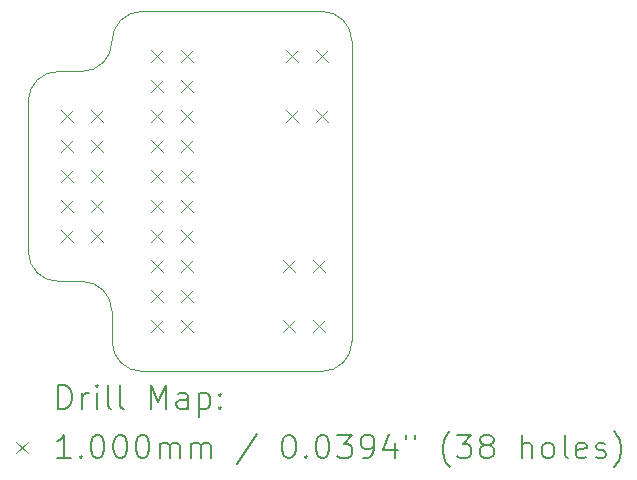
<source format=gbr>
%TF.GenerationSoftware,KiCad,Pcbnew,7.0.9-1.fc39*%
%TF.CreationDate,2023-12-29T10:13:13-08:00*%
%TF.ProjectId,supermicro-ATX-PCB,73757065-726d-4696-9372-6f2d4154582d,rev?*%
%TF.SameCoordinates,Original*%
%TF.FileFunction,Drillmap*%
%TF.FilePolarity,Positive*%
%FSLAX45Y45*%
G04 Gerber Fmt 4.5, Leading zero omitted, Abs format (unit mm)*
G04 Created by KiCad (PCBNEW 7.0.9-1.fc39) date 2023-12-29 10:13:13*
%MOMM*%
%LPD*%
G01*
G04 APERTURE LIST*
%ADD10C,0.100000*%
%ADD11C,0.200000*%
G04 APERTURE END LIST*
D10*
X10096500Y-8255000D02*
X10287000Y-8255000D01*
X12319000Y-9017000D02*
G75*
G03*
X12573000Y-8763000I0J254000D01*
G01*
X12319000Y-5969000D02*
X10795000Y-5969000D01*
X10096500Y-6477000D02*
X10287000Y-6477000D01*
X10541000Y-8509000D02*
X10541000Y-8763000D01*
X10541000Y-8763000D02*
G75*
G03*
X10795000Y-9017000I254000J0D01*
G01*
X9831377Y-8001000D02*
G75*
G03*
X10096500Y-8255000I254233J0D01*
G01*
X9831605Y-8001000D02*
X9831605Y-6731000D01*
X10795000Y-5969000D02*
G75*
G03*
X10541000Y-6223000I0J-254000D01*
G01*
X12573000Y-6223000D02*
X12573000Y-8763000D01*
X10287000Y-6477000D02*
G75*
G03*
X10541000Y-6223000I0J254000D01*
G01*
X10541000Y-8509000D02*
G75*
G03*
X10287000Y-8255000I-254000J0D01*
G01*
X12319000Y-9017000D02*
X10795000Y-9017000D01*
X12573000Y-6223000D02*
G75*
G03*
X12319000Y-5969000I-254000J0D01*
G01*
X10096500Y-6477005D02*
G75*
G03*
X9831372Y-6731000I-10900J-253995D01*
G01*
D11*
D10*
X10110000Y-6808000D02*
X10210000Y-6908000D01*
X10210000Y-6808000D02*
X10110000Y-6908000D01*
X10110000Y-7062000D02*
X10210000Y-7162000D01*
X10210000Y-7062000D02*
X10110000Y-7162000D01*
X10110000Y-7316000D02*
X10210000Y-7416000D01*
X10210000Y-7316000D02*
X10110000Y-7416000D01*
X10110000Y-7570000D02*
X10210000Y-7670000D01*
X10210000Y-7570000D02*
X10110000Y-7670000D01*
X10110000Y-7824000D02*
X10210000Y-7924000D01*
X10210000Y-7824000D02*
X10110000Y-7924000D01*
X10364000Y-6808000D02*
X10464000Y-6908000D01*
X10464000Y-6808000D02*
X10364000Y-6908000D01*
X10364000Y-7062000D02*
X10464000Y-7162000D01*
X10464000Y-7062000D02*
X10364000Y-7162000D01*
X10364000Y-7316000D02*
X10464000Y-7416000D01*
X10464000Y-7316000D02*
X10364000Y-7416000D01*
X10364000Y-7570000D02*
X10464000Y-7670000D01*
X10464000Y-7570000D02*
X10364000Y-7670000D01*
X10364000Y-7824000D02*
X10464000Y-7924000D01*
X10464000Y-7824000D02*
X10364000Y-7924000D01*
X10872000Y-6300000D02*
X10972000Y-6400000D01*
X10972000Y-6300000D02*
X10872000Y-6400000D01*
X10872000Y-6554000D02*
X10972000Y-6654000D01*
X10972000Y-6554000D02*
X10872000Y-6654000D01*
X10872000Y-6808000D02*
X10972000Y-6908000D01*
X10972000Y-6808000D02*
X10872000Y-6908000D01*
X10872000Y-7062000D02*
X10972000Y-7162000D01*
X10972000Y-7062000D02*
X10872000Y-7162000D01*
X10872000Y-7316000D02*
X10972000Y-7416000D01*
X10972000Y-7316000D02*
X10872000Y-7416000D01*
X10872000Y-7570000D02*
X10972000Y-7670000D01*
X10972000Y-7570000D02*
X10872000Y-7670000D01*
X10872000Y-7824000D02*
X10972000Y-7924000D01*
X10972000Y-7824000D02*
X10872000Y-7924000D01*
X10872000Y-8078000D02*
X10972000Y-8178000D01*
X10972000Y-8078000D02*
X10872000Y-8178000D01*
X10872000Y-8332000D02*
X10972000Y-8432000D01*
X10972000Y-8332000D02*
X10872000Y-8432000D01*
X10872000Y-8586000D02*
X10972000Y-8686000D01*
X10972000Y-8586000D02*
X10872000Y-8686000D01*
X11126000Y-6300000D02*
X11226000Y-6400000D01*
X11226000Y-6300000D02*
X11126000Y-6400000D01*
X11126000Y-6554000D02*
X11226000Y-6654000D01*
X11226000Y-6554000D02*
X11126000Y-6654000D01*
X11126000Y-6808000D02*
X11226000Y-6908000D01*
X11226000Y-6808000D02*
X11126000Y-6908000D01*
X11126000Y-7062000D02*
X11226000Y-7162000D01*
X11226000Y-7062000D02*
X11126000Y-7162000D01*
X11126000Y-7316000D02*
X11226000Y-7416000D01*
X11226000Y-7316000D02*
X11126000Y-7416000D01*
X11126000Y-7570000D02*
X11226000Y-7670000D01*
X11226000Y-7570000D02*
X11126000Y-7670000D01*
X11126000Y-7824000D02*
X11226000Y-7924000D01*
X11226000Y-7824000D02*
X11126000Y-7924000D01*
X11126000Y-8078000D02*
X11226000Y-8178000D01*
X11226000Y-8078000D02*
X11126000Y-8178000D01*
X11126000Y-8332000D02*
X11226000Y-8432000D01*
X11226000Y-8332000D02*
X11126000Y-8432000D01*
X11126000Y-8586000D02*
X11226000Y-8686000D01*
X11226000Y-8586000D02*
X11126000Y-8686000D01*
X11989600Y-8078000D02*
X12089600Y-8178000D01*
X12089600Y-8078000D02*
X11989600Y-8178000D01*
X11989600Y-8586000D02*
X12089600Y-8686000D01*
X12089600Y-8586000D02*
X11989600Y-8686000D01*
X12015000Y-6300000D02*
X12115000Y-6400000D01*
X12115000Y-6300000D02*
X12015000Y-6400000D01*
X12015000Y-6808000D02*
X12115000Y-6908000D01*
X12115000Y-6808000D02*
X12015000Y-6908000D01*
X12243600Y-8078000D02*
X12343600Y-8178000D01*
X12343600Y-8078000D02*
X12243600Y-8178000D01*
X12243600Y-8586000D02*
X12343600Y-8686000D01*
X12343600Y-8586000D02*
X12243600Y-8686000D01*
X12269000Y-6300000D02*
X12369000Y-6400000D01*
X12369000Y-6300000D02*
X12269000Y-6400000D01*
X12269000Y-6808000D02*
X12369000Y-6908000D01*
X12369000Y-6808000D02*
X12269000Y-6908000D01*
D11*
X10087148Y-9333484D02*
X10087148Y-9133484D01*
X10087148Y-9133484D02*
X10134767Y-9133484D01*
X10134767Y-9133484D02*
X10163339Y-9143008D01*
X10163339Y-9143008D02*
X10182387Y-9162055D01*
X10182387Y-9162055D02*
X10191910Y-9181103D01*
X10191910Y-9181103D02*
X10201434Y-9219198D01*
X10201434Y-9219198D02*
X10201434Y-9247770D01*
X10201434Y-9247770D02*
X10191910Y-9285865D01*
X10191910Y-9285865D02*
X10182387Y-9304912D01*
X10182387Y-9304912D02*
X10163339Y-9323960D01*
X10163339Y-9323960D02*
X10134767Y-9333484D01*
X10134767Y-9333484D02*
X10087148Y-9333484D01*
X10287148Y-9333484D02*
X10287148Y-9200150D01*
X10287148Y-9238246D02*
X10296672Y-9219198D01*
X10296672Y-9219198D02*
X10306196Y-9209674D01*
X10306196Y-9209674D02*
X10325244Y-9200150D01*
X10325244Y-9200150D02*
X10344291Y-9200150D01*
X10410958Y-9333484D02*
X10410958Y-9200150D01*
X10410958Y-9133484D02*
X10401434Y-9143008D01*
X10401434Y-9143008D02*
X10410958Y-9152531D01*
X10410958Y-9152531D02*
X10420482Y-9143008D01*
X10420482Y-9143008D02*
X10410958Y-9133484D01*
X10410958Y-9133484D02*
X10410958Y-9152531D01*
X10534767Y-9333484D02*
X10515720Y-9323960D01*
X10515720Y-9323960D02*
X10506196Y-9304912D01*
X10506196Y-9304912D02*
X10506196Y-9133484D01*
X10639529Y-9333484D02*
X10620482Y-9323960D01*
X10620482Y-9323960D02*
X10610958Y-9304912D01*
X10610958Y-9304912D02*
X10610958Y-9133484D01*
X10868101Y-9333484D02*
X10868101Y-9133484D01*
X10868101Y-9133484D02*
X10934768Y-9276341D01*
X10934768Y-9276341D02*
X11001434Y-9133484D01*
X11001434Y-9133484D02*
X11001434Y-9333484D01*
X11182387Y-9333484D02*
X11182387Y-9228722D01*
X11182387Y-9228722D02*
X11172863Y-9209674D01*
X11172863Y-9209674D02*
X11153815Y-9200150D01*
X11153815Y-9200150D02*
X11115720Y-9200150D01*
X11115720Y-9200150D02*
X11096672Y-9209674D01*
X11182387Y-9323960D02*
X11163339Y-9333484D01*
X11163339Y-9333484D02*
X11115720Y-9333484D01*
X11115720Y-9333484D02*
X11096672Y-9323960D01*
X11096672Y-9323960D02*
X11087148Y-9304912D01*
X11087148Y-9304912D02*
X11087148Y-9285865D01*
X11087148Y-9285865D02*
X11096672Y-9266817D01*
X11096672Y-9266817D02*
X11115720Y-9257293D01*
X11115720Y-9257293D02*
X11163339Y-9257293D01*
X11163339Y-9257293D02*
X11182387Y-9247770D01*
X11277625Y-9200150D02*
X11277625Y-9400150D01*
X11277625Y-9209674D02*
X11296672Y-9200150D01*
X11296672Y-9200150D02*
X11334767Y-9200150D01*
X11334767Y-9200150D02*
X11353815Y-9209674D01*
X11353815Y-9209674D02*
X11363339Y-9219198D01*
X11363339Y-9219198D02*
X11372863Y-9238246D01*
X11372863Y-9238246D02*
X11372863Y-9295389D01*
X11372863Y-9295389D02*
X11363339Y-9314436D01*
X11363339Y-9314436D02*
X11353815Y-9323960D01*
X11353815Y-9323960D02*
X11334767Y-9333484D01*
X11334767Y-9333484D02*
X11296672Y-9333484D01*
X11296672Y-9333484D02*
X11277625Y-9323960D01*
X11458577Y-9314436D02*
X11468101Y-9323960D01*
X11468101Y-9323960D02*
X11458577Y-9333484D01*
X11458577Y-9333484D02*
X11449053Y-9323960D01*
X11449053Y-9323960D02*
X11458577Y-9314436D01*
X11458577Y-9314436D02*
X11458577Y-9333484D01*
X11458577Y-9209674D02*
X11468101Y-9219198D01*
X11468101Y-9219198D02*
X11458577Y-9228722D01*
X11458577Y-9228722D02*
X11449053Y-9219198D01*
X11449053Y-9219198D02*
X11458577Y-9209674D01*
X11458577Y-9209674D02*
X11458577Y-9228722D01*
D10*
X9726372Y-9612000D02*
X9826372Y-9712000D01*
X9826372Y-9612000D02*
X9726372Y-9712000D01*
D11*
X10191910Y-9753484D02*
X10077625Y-9753484D01*
X10134767Y-9753484D02*
X10134767Y-9553484D01*
X10134767Y-9553484D02*
X10115720Y-9582055D01*
X10115720Y-9582055D02*
X10096672Y-9601103D01*
X10096672Y-9601103D02*
X10077625Y-9610627D01*
X10277625Y-9734436D02*
X10287148Y-9743960D01*
X10287148Y-9743960D02*
X10277625Y-9753484D01*
X10277625Y-9753484D02*
X10268101Y-9743960D01*
X10268101Y-9743960D02*
X10277625Y-9734436D01*
X10277625Y-9734436D02*
X10277625Y-9753484D01*
X10410958Y-9553484D02*
X10430006Y-9553484D01*
X10430006Y-9553484D02*
X10449053Y-9563008D01*
X10449053Y-9563008D02*
X10458577Y-9572531D01*
X10458577Y-9572531D02*
X10468101Y-9591579D01*
X10468101Y-9591579D02*
X10477625Y-9629674D01*
X10477625Y-9629674D02*
X10477625Y-9677293D01*
X10477625Y-9677293D02*
X10468101Y-9715389D01*
X10468101Y-9715389D02*
X10458577Y-9734436D01*
X10458577Y-9734436D02*
X10449053Y-9743960D01*
X10449053Y-9743960D02*
X10430006Y-9753484D01*
X10430006Y-9753484D02*
X10410958Y-9753484D01*
X10410958Y-9753484D02*
X10391910Y-9743960D01*
X10391910Y-9743960D02*
X10382387Y-9734436D01*
X10382387Y-9734436D02*
X10372863Y-9715389D01*
X10372863Y-9715389D02*
X10363339Y-9677293D01*
X10363339Y-9677293D02*
X10363339Y-9629674D01*
X10363339Y-9629674D02*
X10372863Y-9591579D01*
X10372863Y-9591579D02*
X10382387Y-9572531D01*
X10382387Y-9572531D02*
X10391910Y-9563008D01*
X10391910Y-9563008D02*
X10410958Y-9553484D01*
X10601434Y-9553484D02*
X10620482Y-9553484D01*
X10620482Y-9553484D02*
X10639529Y-9563008D01*
X10639529Y-9563008D02*
X10649053Y-9572531D01*
X10649053Y-9572531D02*
X10658577Y-9591579D01*
X10658577Y-9591579D02*
X10668101Y-9629674D01*
X10668101Y-9629674D02*
X10668101Y-9677293D01*
X10668101Y-9677293D02*
X10658577Y-9715389D01*
X10658577Y-9715389D02*
X10649053Y-9734436D01*
X10649053Y-9734436D02*
X10639529Y-9743960D01*
X10639529Y-9743960D02*
X10620482Y-9753484D01*
X10620482Y-9753484D02*
X10601434Y-9753484D01*
X10601434Y-9753484D02*
X10582387Y-9743960D01*
X10582387Y-9743960D02*
X10572863Y-9734436D01*
X10572863Y-9734436D02*
X10563339Y-9715389D01*
X10563339Y-9715389D02*
X10553815Y-9677293D01*
X10553815Y-9677293D02*
X10553815Y-9629674D01*
X10553815Y-9629674D02*
X10563339Y-9591579D01*
X10563339Y-9591579D02*
X10572863Y-9572531D01*
X10572863Y-9572531D02*
X10582387Y-9563008D01*
X10582387Y-9563008D02*
X10601434Y-9553484D01*
X10791910Y-9553484D02*
X10810958Y-9553484D01*
X10810958Y-9553484D02*
X10830006Y-9563008D01*
X10830006Y-9563008D02*
X10839529Y-9572531D01*
X10839529Y-9572531D02*
X10849053Y-9591579D01*
X10849053Y-9591579D02*
X10858577Y-9629674D01*
X10858577Y-9629674D02*
X10858577Y-9677293D01*
X10858577Y-9677293D02*
X10849053Y-9715389D01*
X10849053Y-9715389D02*
X10839529Y-9734436D01*
X10839529Y-9734436D02*
X10830006Y-9743960D01*
X10830006Y-9743960D02*
X10810958Y-9753484D01*
X10810958Y-9753484D02*
X10791910Y-9753484D01*
X10791910Y-9753484D02*
X10772863Y-9743960D01*
X10772863Y-9743960D02*
X10763339Y-9734436D01*
X10763339Y-9734436D02*
X10753815Y-9715389D01*
X10753815Y-9715389D02*
X10744291Y-9677293D01*
X10744291Y-9677293D02*
X10744291Y-9629674D01*
X10744291Y-9629674D02*
X10753815Y-9591579D01*
X10753815Y-9591579D02*
X10763339Y-9572531D01*
X10763339Y-9572531D02*
X10772863Y-9563008D01*
X10772863Y-9563008D02*
X10791910Y-9553484D01*
X10944291Y-9753484D02*
X10944291Y-9620150D01*
X10944291Y-9639198D02*
X10953815Y-9629674D01*
X10953815Y-9629674D02*
X10972863Y-9620150D01*
X10972863Y-9620150D02*
X11001434Y-9620150D01*
X11001434Y-9620150D02*
X11020482Y-9629674D01*
X11020482Y-9629674D02*
X11030006Y-9648722D01*
X11030006Y-9648722D02*
X11030006Y-9753484D01*
X11030006Y-9648722D02*
X11039529Y-9629674D01*
X11039529Y-9629674D02*
X11058577Y-9620150D01*
X11058577Y-9620150D02*
X11087148Y-9620150D01*
X11087148Y-9620150D02*
X11106196Y-9629674D01*
X11106196Y-9629674D02*
X11115720Y-9648722D01*
X11115720Y-9648722D02*
X11115720Y-9753484D01*
X11210958Y-9753484D02*
X11210958Y-9620150D01*
X11210958Y-9639198D02*
X11220482Y-9629674D01*
X11220482Y-9629674D02*
X11239529Y-9620150D01*
X11239529Y-9620150D02*
X11268101Y-9620150D01*
X11268101Y-9620150D02*
X11287148Y-9629674D01*
X11287148Y-9629674D02*
X11296672Y-9648722D01*
X11296672Y-9648722D02*
X11296672Y-9753484D01*
X11296672Y-9648722D02*
X11306196Y-9629674D01*
X11306196Y-9629674D02*
X11325244Y-9620150D01*
X11325244Y-9620150D02*
X11353815Y-9620150D01*
X11353815Y-9620150D02*
X11372863Y-9629674D01*
X11372863Y-9629674D02*
X11382387Y-9648722D01*
X11382387Y-9648722D02*
X11382387Y-9753484D01*
X11772863Y-9543960D02*
X11601434Y-9801103D01*
X12030006Y-9553484D02*
X12049053Y-9553484D01*
X12049053Y-9553484D02*
X12068101Y-9563008D01*
X12068101Y-9563008D02*
X12077625Y-9572531D01*
X12077625Y-9572531D02*
X12087149Y-9591579D01*
X12087149Y-9591579D02*
X12096672Y-9629674D01*
X12096672Y-9629674D02*
X12096672Y-9677293D01*
X12096672Y-9677293D02*
X12087149Y-9715389D01*
X12087149Y-9715389D02*
X12077625Y-9734436D01*
X12077625Y-9734436D02*
X12068101Y-9743960D01*
X12068101Y-9743960D02*
X12049053Y-9753484D01*
X12049053Y-9753484D02*
X12030006Y-9753484D01*
X12030006Y-9753484D02*
X12010958Y-9743960D01*
X12010958Y-9743960D02*
X12001434Y-9734436D01*
X12001434Y-9734436D02*
X11991910Y-9715389D01*
X11991910Y-9715389D02*
X11982387Y-9677293D01*
X11982387Y-9677293D02*
X11982387Y-9629674D01*
X11982387Y-9629674D02*
X11991910Y-9591579D01*
X11991910Y-9591579D02*
X12001434Y-9572531D01*
X12001434Y-9572531D02*
X12010958Y-9563008D01*
X12010958Y-9563008D02*
X12030006Y-9553484D01*
X12182387Y-9734436D02*
X12191910Y-9743960D01*
X12191910Y-9743960D02*
X12182387Y-9753484D01*
X12182387Y-9753484D02*
X12172863Y-9743960D01*
X12172863Y-9743960D02*
X12182387Y-9734436D01*
X12182387Y-9734436D02*
X12182387Y-9753484D01*
X12315720Y-9553484D02*
X12334768Y-9553484D01*
X12334768Y-9553484D02*
X12353815Y-9563008D01*
X12353815Y-9563008D02*
X12363339Y-9572531D01*
X12363339Y-9572531D02*
X12372863Y-9591579D01*
X12372863Y-9591579D02*
X12382387Y-9629674D01*
X12382387Y-9629674D02*
X12382387Y-9677293D01*
X12382387Y-9677293D02*
X12372863Y-9715389D01*
X12372863Y-9715389D02*
X12363339Y-9734436D01*
X12363339Y-9734436D02*
X12353815Y-9743960D01*
X12353815Y-9743960D02*
X12334768Y-9753484D01*
X12334768Y-9753484D02*
X12315720Y-9753484D01*
X12315720Y-9753484D02*
X12296672Y-9743960D01*
X12296672Y-9743960D02*
X12287149Y-9734436D01*
X12287149Y-9734436D02*
X12277625Y-9715389D01*
X12277625Y-9715389D02*
X12268101Y-9677293D01*
X12268101Y-9677293D02*
X12268101Y-9629674D01*
X12268101Y-9629674D02*
X12277625Y-9591579D01*
X12277625Y-9591579D02*
X12287149Y-9572531D01*
X12287149Y-9572531D02*
X12296672Y-9563008D01*
X12296672Y-9563008D02*
X12315720Y-9553484D01*
X12449053Y-9553484D02*
X12572863Y-9553484D01*
X12572863Y-9553484D02*
X12506196Y-9629674D01*
X12506196Y-9629674D02*
X12534768Y-9629674D01*
X12534768Y-9629674D02*
X12553815Y-9639198D01*
X12553815Y-9639198D02*
X12563339Y-9648722D01*
X12563339Y-9648722D02*
X12572863Y-9667770D01*
X12572863Y-9667770D02*
X12572863Y-9715389D01*
X12572863Y-9715389D02*
X12563339Y-9734436D01*
X12563339Y-9734436D02*
X12553815Y-9743960D01*
X12553815Y-9743960D02*
X12534768Y-9753484D01*
X12534768Y-9753484D02*
X12477625Y-9753484D01*
X12477625Y-9753484D02*
X12458577Y-9743960D01*
X12458577Y-9743960D02*
X12449053Y-9734436D01*
X12668101Y-9753484D02*
X12706196Y-9753484D01*
X12706196Y-9753484D02*
X12725244Y-9743960D01*
X12725244Y-9743960D02*
X12734768Y-9734436D01*
X12734768Y-9734436D02*
X12753815Y-9705865D01*
X12753815Y-9705865D02*
X12763339Y-9667770D01*
X12763339Y-9667770D02*
X12763339Y-9591579D01*
X12763339Y-9591579D02*
X12753815Y-9572531D01*
X12753815Y-9572531D02*
X12744291Y-9563008D01*
X12744291Y-9563008D02*
X12725244Y-9553484D01*
X12725244Y-9553484D02*
X12687149Y-9553484D01*
X12687149Y-9553484D02*
X12668101Y-9563008D01*
X12668101Y-9563008D02*
X12658577Y-9572531D01*
X12658577Y-9572531D02*
X12649053Y-9591579D01*
X12649053Y-9591579D02*
X12649053Y-9639198D01*
X12649053Y-9639198D02*
X12658577Y-9658246D01*
X12658577Y-9658246D02*
X12668101Y-9667770D01*
X12668101Y-9667770D02*
X12687149Y-9677293D01*
X12687149Y-9677293D02*
X12725244Y-9677293D01*
X12725244Y-9677293D02*
X12744291Y-9667770D01*
X12744291Y-9667770D02*
X12753815Y-9658246D01*
X12753815Y-9658246D02*
X12763339Y-9639198D01*
X12934768Y-9620150D02*
X12934768Y-9753484D01*
X12887149Y-9543960D02*
X12839530Y-9686817D01*
X12839530Y-9686817D02*
X12963339Y-9686817D01*
X13030006Y-9553484D02*
X13030006Y-9591579D01*
X13106196Y-9553484D02*
X13106196Y-9591579D01*
X13401434Y-9829674D02*
X13391911Y-9820150D01*
X13391911Y-9820150D02*
X13372863Y-9791579D01*
X13372863Y-9791579D02*
X13363339Y-9772531D01*
X13363339Y-9772531D02*
X13353815Y-9743960D01*
X13353815Y-9743960D02*
X13344292Y-9696341D01*
X13344292Y-9696341D02*
X13344292Y-9658246D01*
X13344292Y-9658246D02*
X13353815Y-9610627D01*
X13353815Y-9610627D02*
X13363339Y-9582055D01*
X13363339Y-9582055D02*
X13372863Y-9563008D01*
X13372863Y-9563008D02*
X13391911Y-9534436D01*
X13391911Y-9534436D02*
X13401434Y-9524912D01*
X13458577Y-9553484D02*
X13582387Y-9553484D01*
X13582387Y-9553484D02*
X13515720Y-9629674D01*
X13515720Y-9629674D02*
X13544292Y-9629674D01*
X13544292Y-9629674D02*
X13563339Y-9639198D01*
X13563339Y-9639198D02*
X13572863Y-9648722D01*
X13572863Y-9648722D02*
X13582387Y-9667770D01*
X13582387Y-9667770D02*
X13582387Y-9715389D01*
X13582387Y-9715389D02*
X13572863Y-9734436D01*
X13572863Y-9734436D02*
X13563339Y-9743960D01*
X13563339Y-9743960D02*
X13544292Y-9753484D01*
X13544292Y-9753484D02*
X13487149Y-9753484D01*
X13487149Y-9753484D02*
X13468101Y-9743960D01*
X13468101Y-9743960D02*
X13458577Y-9734436D01*
X13696672Y-9639198D02*
X13677625Y-9629674D01*
X13677625Y-9629674D02*
X13668101Y-9620150D01*
X13668101Y-9620150D02*
X13658577Y-9601103D01*
X13658577Y-9601103D02*
X13658577Y-9591579D01*
X13658577Y-9591579D02*
X13668101Y-9572531D01*
X13668101Y-9572531D02*
X13677625Y-9563008D01*
X13677625Y-9563008D02*
X13696672Y-9553484D01*
X13696672Y-9553484D02*
X13734768Y-9553484D01*
X13734768Y-9553484D02*
X13753815Y-9563008D01*
X13753815Y-9563008D02*
X13763339Y-9572531D01*
X13763339Y-9572531D02*
X13772863Y-9591579D01*
X13772863Y-9591579D02*
X13772863Y-9601103D01*
X13772863Y-9601103D02*
X13763339Y-9620150D01*
X13763339Y-9620150D02*
X13753815Y-9629674D01*
X13753815Y-9629674D02*
X13734768Y-9639198D01*
X13734768Y-9639198D02*
X13696672Y-9639198D01*
X13696672Y-9639198D02*
X13677625Y-9648722D01*
X13677625Y-9648722D02*
X13668101Y-9658246D01*
X13668101Y-9658246D02*
X13658577Y-9677293D01*
X13658577Y-9677293D02*
X13658577Y-9715389D01*
X13658577Y-9715389D02*
X13668101Y-9734436D01*
X13668101Y-9734436D02*
X13677625Y-9743960D01*
X13677625Y-9743960D02*
X13696672Y-9753484D01*
X13696672Y-9753484D02*
X13734768Y-9753484D01*
X13734768Y-9753484D02*
X13753815Y-9743960D01*
X13753815Y-9743960D02*
X13763339Y-9734436D01*
X13763339Y-9734436D02*
X13772863Y-9715389D01*
X13772863Y-9715389D02*
X13772863Y-9677293D01*
X13772863Y-9677293D02*
X13763339Y-9658246D01*
X13763339Y-9658246D02*
X13753815Y-9648722D01*
X13753815Y-9648722D02*
X13734768Y-9639198D01*
X14010958Y-9753484D02*
X14010958Y-9553484D01*
X14096673Y-9753484D02*
X14096673Y-9648722D01*
X14096673Y-9648722D02*
X14087149Y-9629674D01*
X14087149Y-9629674D02*
X14068101Y-9620150D01*
X14068101Y-9620150D02*
X14039530Y-9620150D01*
X14039530Y-9620150D02*
X14020482Y-9629674D01*
X14020482Y-9629674D02*
X14010958Y-9639198D01*
X14220482Y-9753484D02*
X14201434Y-9743960D01*
X14201434Y-9743960D02*
X14191911Y-9734436D01*
X14191911Y-9734436D02*
X14182387Y-9715389D01*
X14182387Y-9715389D02*
X14182387Y-9658246D01*
X14182387Y-9658246D02*
X14191911Y-9639198D01*
X14191911Y-9639198D02*
X14201434Y-9629674D01*
X14201434Y-9629674D02*
X14220482Y-9620150D01*
X14220482Y-9620150D02*
X14249054Y-9620150D01*
X14249054Y-9620150D02*
X14268101Y-9629674D01*
X14268101Y-9629674D02*
X14277625Y-9639198D01*
X14277625Y-9639198D02*
X14287149Y-9658246D01*
X14287149Y-9658246D02*
X14287149Y-9715389D01*
X14287149Y-9715389D02*
X14277625Y-9734436D01*
X14277625Y-9734436D02*
X14268101Y-9743960D01*
X14268101Y-9743960D02*
X14249054Y-9753484D01*
X14249054Y-9753484D02*
X14220482Y-9753484D01*
X14401434Y-9753484D02*
X14382387Y-9743960D01*
X14382387Y-9743960D02*
X14372863Y-9724912D01*
X14372863Y-9724912D02*
X14372863Y-9553484D01*
X14553815Y-9743960D02*
X14534768Y-9753484D01*
X14534768Y-9753484D02*
X14496673Y-9753484D01*
X14496673Y-9753484D02*
X14477625Y-9743960D01*
X14477625Y-9743960D02*
X14468101Y-9724912D01*
X14468101Y-9724912D02*
X14468101Y-9648722D01*
X14468101Y-9648722D02*
X14477625Y-9629674D01*
X14477625Y-9629674D02*
X14496673Y-9620150D01*
X14496673Y-9620150D02*
X14534768Y-9620150D01*
X14534768Y-9620150D02*
X14553815Y-9629674D01*
X14553815Y-9629674D02*
X14563339Y-9648722D01*
X14563339Y-9648722D02*
X14563339Y-9667770D01*
X14563339Y-9667770D02*
X14468101Y-9686817D01*
X14639530Y-9743960D02*
X14658577Y-9753484D01*
X14658577Y-9753484D02*
X14696673Y-9753484D01*
X14696673Y-9753484D02*
X14715720Y-9743960D01*
X14715720Y-9743960D02*
X14725244Y-9724912D01*
X14725244Y-9724912D02*
X14725244Y-9715389D01*
X14725244Y-9715389D02*
X14715720Y-9696341D01*
X14715720Y-9696341D02*
X14696673Y-9686817D01*
X14696673Y-9686817D02*
X14668101Y-9686817D01*
X14668101Y-9686817D02*
X14649054Y-9677293D01*
X14649054Y-9677293D02*
X14639530Y-9658246D01*
X14639530Y-9658246D02*
X14639530Y-9648722D01*
X14639530Y-9648722D02*
X14649054Y-9629674D01*
X14649054Y-9629674D02*
X14668101Y-9620150D01*
X14668101Y-9620150D02*
X14696673Y-9620150D01*
X14696673Y-9620150D02*
X14715720Y-9629674D01*
X14791911Y-9829674D02*
X14801435Y-9820150D01*
X14801435Y-9820150D02*
X14820482Y-9791579D01*
X14820482Y-9791579D02*
X14830006Y-9772531D01*
X14830006Y-9772531D02*
X14839530Y-9743960D01*
X14839530Y-9743960D02*
X14849054Y-9696341D01*
X14849054Y-9696341D02*
X14849054Y-9658246D01*
X14849054Y-9658246D02*
X14839530Y-9610627D01*
X14839530Y-9610627D02*
X14830006Y-9582055D01*
X14830006Y-9582055D02*
X14820482Y-9563008D01*
X14820482Y-9563008D02*
X14801435Y-9534436D01*
X14801435Y-9534436D02*
X14791911Y-9524912D01*
M02*

</source>
